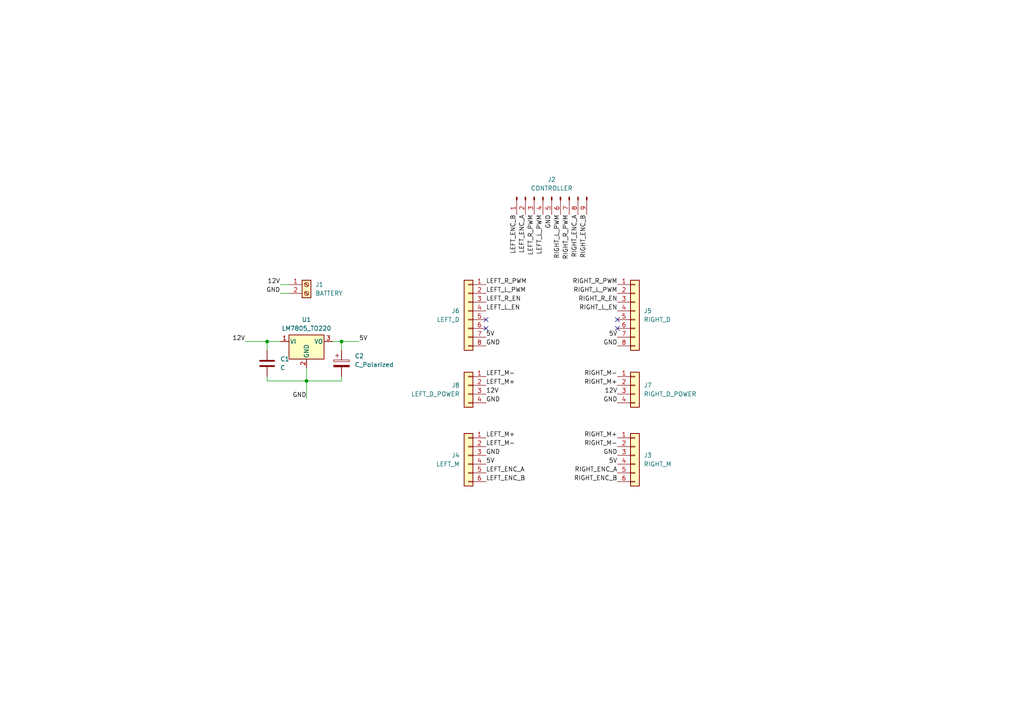
<source format=kicad_sch>
(kicad_sch (version 20231120) (generator "eeschema") (generator_version "8.0")
  (paper "A4")
  (lib_symbols
    (symbol "Connector:Conn_01x09_Pin" (pin_names (offset 1.016) hide)
      (property "Reference" "J" (at 0 12.7 0))
      (property "Value" "Conn_01x09_Pin" (at 0 -12.7 0))
      (symbol "Conn_01x09_Pin_1_1"
        (polyline (pts (xy 1.27 -10.16) (xy 0.8636 -10.16)) (stroke (width 0.1524)))
        (polyline (pts (xy 1.27 -7.62) (xy 0.8636 -7.62)) (stroke (width 0.1524)))
        (polyline (pts (xy 1.27 -5.08) (xy 0.8636 -5.08)) (stroke (width 0.1524)))
        (polyline (pts (xy 1.27 -2.54) (xy 0.8636 -2.54)) (stroke (width 0.1524)))
        (polyline (pts (xy 1.27 0) (xy 0.8636 0)) (stroke (width 0.1524)))
        (polyline (pts (xy 1.27 2.54) (xy 0.8636 2.54)) (stroke (width 0.1524)))
        (polyline (pts (xy 1.27 5.08) (xy 0.8636 5.08)) (stroke (width 0.1524)))
        (polyline (pts (xy 1.27 7.62) (xy 0.8636 7.62)) (stroke (width 0.1524)))
        (polyline (pts (xy 1.27 10.16) (xy 0.8636 10.16)) (stroke (width 0.1524)))
        (rectangle (start 0.8636 -10.033) (end 0 -10.287) (stroke (width 0.1524)) (fill (type outline)))
        (rectangle (start 0.8636 -7.493) (end 0 -7.747) (stroke (width 0.1524)) (fill (type outline)))
        (rectangle (start 0.8636 -4.953) (end 0 -5.207) (stroke (width 0.1524)) (fill (type outline)))
        (rectangle (start 0.8636 -2.413) (end 0 -2.667) (stroke (width 0.1524)) (fill (type outline)))
        (rectangle (start 0.8636 0.127) (end 0 -0.127) (stroke (width 0.1524)) (fill (type outline)))
        (rectangle (start 0.8636 2.667) (end 0 2.413) (stroke (width 0.1524)) (fill (type outline)))
        (rectangle (start 0.8636 5.207) (end 0 4.953) (stroke (width 0.1524)) (fill (type outline)))
        (rectangle (start 0.8636 7.747) (end 0 7.493) (stroke (width 0.1524)) (fill (type outline)))
        (rectangle (start 0.8636 10.287) (end 0 10.033) (stroke (width 0.1524)) (fill (type outline)))
        (pin passive line (at 5.08 10.16 180) (length 3.81) (name "Pin_1") (number "1"))
        (pin passive line (at 5.08 7.62 180) (length 3.81) (name "Pin_2") (number "2"))
        (pin passive line (at 5.08 5.08 180) (length 3.81) (name "Pin_3") (number "3"))
        (pin passive line (at 5.08 2.54 180) (length 3.81) (name "Pin_4") (number "4"))
        (pin passive line (at 5.08 0 180) (length 3.81) (name "Pin_5") (number "5"))
        (pin passive line (at 5.08 -2.54 180) (length 3.81) (name "Pin_6") (number "6"))
        (pin passive line (at 5.08 -5.08 180) (length 3.81) (name "Pin_7") (number "7"))
        (pin passive line (at 5.08 -7.62 180) (length 3.81) (name "Pin_8") (number "8"))
        (pin passive line (at 5.08 -10.16 180) (length 3.81) (name "Pin_9") (number "9"))
      )
    )
    (symbol "Connector:Screw_Terminal_01x02" (pin_names (offset 1.016) hide)
      (property "Reference" "J" (at 0 2.54 0))
      (property "Value" "Screw_Terminal_01x02" (at 0 -5.08 0))
      (symbol "Screw_Terminal_01x02_1_1"
        (rectangle (start -1.27 1.27) (end 1.27 -3.81) (stroke (width 0.254)) (fill (type background)))
        (circle (center 0 -2.54) (radius 0.635) (stroke (width 0.1524)))
        (polyline (pts (xy -0.5334 -2.2098) (xy 0.3302 -3.048)) (stroke (width 0.1524)))
        (polyline (pts (xy -0.5334 0.3302) (xy 0.3302 -0.508)) (stroke (width 0.1524)))
        (polyline (pts (xy -0.3556 -2.032) (xy 0.508 -2.8702)) (stroke (width 0.1524)))
        (polyline (pts (xy -0.3556 0.508) (xy 0.508 -0.3302)) (stroke (width 0.1524)))
        (circle (center 0 0) (radius 0.635) (stroke (width 0.1524)))
        (pin passive line (at -5.08 0 0) (length 3.81) (name "Pin_1") (number "1"))
        (pin passive line (at -5.08 -2.54 0) (length 3.81) (name "Pin_2") (number "2"))
      )
    )
    (symbol "Connector_Generic:Conn_01x04" (pin_names (offset 1.016) hide)
      (property "Reference" "J" (at 0 5.08 0))
      (property "Value" "Conn_01x04" (at 0 -7.62 0))
      (symbol "Conn_01x04_1_1"
        (rectangle (start -1.27 -4.953) (end 0 -5.207) (stroke (width 0.1524)))
        (rectangle (start -1.27 -2.413) (end 0 -2.667) (stroke (width 0.1524)))
        (rectangle (start -1.27 0.127) (end 0 -0.127) (stroke (width 0.1524)))
        (rectangle (start -1.27 2.667) (end 0 2.413) (stroke (width 0.1524)))
        (rectangle (start -1.27 3.81) (end 1.27 -6.35) (stroke (width 0.254)) (fill (type background)))
        (pin passive line (at -5.08 2.54 0) (length 3.81) (name "Pin_1") (number "1"))
        (pin passive line (at -5.08 0 0) (length 3.81) (name "Pin_2") (number "2"))
        (pin passive line (at -5.08 -2.54 0) (length 3.81) (name "Pin_3") (number "3"))
        (pin passive line (at -5.08 -5.08 0) (length 3.81) (name "Pin_4") (number "4"))
      )
    )
    (symbol "Connector_Generic:Conn_01x06" (pin_names (offset 1.016) hide)
      (property "Reference" "J" (at 0 7.62 0))
      (property "Value" "Conn_01x06" (at 0 -10.16 0))
      (symbol "Conn_01x06_1_1"
        (rectangle (start -1.27 -7.493) (end 0 -7.747) (stroke (width 0.1524)))
        (rectangle (start -1.27 -4.953) (end 0 -5.207) (stroke (width 0.1524)))
        (rectangle (start -1.27 -2.413) (end 0 -2.667) (stroke (width 0.1524)))
        (rectangle (start -1.27 0.127) (end 0 -0.127) (stroke (width 0.1524)))
        (rectangle (start -1.27 2.667) (end 0 2.413) (stroke (width 0.1524)))
        (rectangle (start -1.27 5.207) (end 0 4.953) (stroke (width 0.1524)))
        (rectangle (start -1.27 6.35) (end 1.27 -8.89) (stroke (width 0.254)) (fill (type background)))
        (pin passive line (at -5.08 5.08 0) (length 3.81) (name "Pin_1") (number "1"))
        (pin passive line (at -5.08 2.54 0) (length 3.81) (name "Pin_2") (number "2"))
        (pin passive line (at -5.08 0 0) (length 3.81) (name "Pin_3") (number "3"))
        (pin passive line (at -5.08 -2.54 0) (length 3.81) (name "Pin_4") (number "4"))
        (pin passive line (at -5.08 -5.08 0) (length 3.81) (name "Pin_5") (number "5"))
        (pin passive line (at -5.08 -7.62 0) (length 3.81) (name "Pin_6") (number "6"))
      )
    )
    (symbol "Connector_Generic:Conn_01x08" (pin_names (offset 1.016) hide)
      (property "Reference" "J" (at 0 10.16 0))
      (property "Value" "Conn_01x08" (at 0 -12.7 0))
      (symbol "Conn_01x08_1_1"
        (rectangle (start -1.27 -10.033) (end 0 -10.287) (stroke (width 0.1524)))
        (rectangle (start -1.27 -7.493) (end 0 -7.747) (stroke (width 0.1524)))
        (rectangle (start -1.27 -4.953) (end 0 -5.207) (stroke (width 0.1524)))
        (rectangle (start -1.27 -2.413) (end 0 -2.667) (stroke (width 0.1524)))
        (rectangle (start -1.27 0.127) (end 0 -0.127) (stroke (width 0.1524)))
        (rectangle (start -1.27 2.667) (end 0 2.413) (stroke (width 0.1524)))
        (rectangle (start -1.27 5.207) (end 0 4.953) (stroke (width 0.1524)))
        (rectangle (start -1.27 7.747) (end 0 7.493) (stroke (width 0.1524)))
        (rectangle (start -1.27 8.89) (end 1.27 -11.43) (stroke (width 0.254)) (fill (type background)))
        (pin passive line (at -5.08 7.62 0) (length 3.81) (name "Pin_1") (number "1"))
        (pin passive line (at -5.08 5.08 0) (length 3.81) (name "Pin_2") (number "2"))
        (pin passive line (at -5.08 2.54 0) (length 3.81) (name "Pin_3") (number "3"))
        (pin passive line (at -5.08 0 0) (length 3.81) (name "Pin_4") (number "4"))
        (pin passive line (at -5.08 -2.54 0) (length 3.81) (name "Pin_5") (number "5"))
        (pin passive line (at -5.08 -5.08 0) (length 3.81) (name "Pin_6") (number "6"))
        (pin passive line (at -5.08 -7.62 0) (length 3.81) (name "Pin_7") (number "7"))
        (pin passive line (at -5.08 -10.16 0) (length 3.81) (name "Pin_8") (number "8"))
      )
    )
    (symbol "Device:C" (pin_numbers hide) (pin_names (offset 0.254))
      (property "Reference" "C" (at 0.635 2.54 0))
      (property "Value" "C" (at 0.635 -2.54 0))
      (symbol "C_0_1"
        (polyline (pts (xy -2.032 -0.762) (xy 2.032 -0.762)) (stroke (width 0.508)))
        (polyline (pts (xy -2.032 0.762) (xy 2.032 0.762)) (stroke (width 0.508)))
      )
      (symbol "C_1_1"
        (pin passive line (at 0 3.81 270) (length 2.794) (name "~") (number "1"))
        (pin passive line (at 0 -3.81 90) (length 2.794) (name "~") (number "2"))
      )
    )
    (symbol "Device:C_Polarized" (pin_numbers hide) (pin_names (offset 0.254))
      (property "Reference" "C" (at 0.635 2.54 0))
      (property "Value" "C_Polarized" (at 0.635 -2.54 0))
      (symbol "C_Polarized_0_1"
        (rectangle (start -2.286 0.508) (end 2.286 1.016))
        (polyline (pts (xy -1.778 2.286) (xy -0.762 2.286)))
        (polyline (pts (xy -1.27 2.794) (xy -1.27 1.778)))
        (rectangle (start 2.286 -0.508) (end -2.286 -1.016) (fill (type outline)))
      )
      (symbol "C_Polarized_1_1"
        (pin passive line (at 0 3.81 270) (length 2.794) (name "~") (number "1"))
        (pin passive line (at 0 -3.81 90) (length 2.794) (name "~") (number "2"))
      )
    )
    (symbol "Regulator_Linear:LM7805_TO220" (pin_names (offset 0.254))
      (property "Reference" "U" (at -3.81 3.175 0))
      (property "Value" "LM7805_TO220" (at 0 3.175 0))
      (symbol "LM7805_TO220_0_1"
        (rectangle (start -5.08 1.905) (end 5.08 -5.08) (stroke (width 0.254)) (fill (type background)))
      )
      (symbol "LM7805_TO220_1_1"
        (pin power_in line (at -7.62 0 0) (length 2.54) (name "VI") (number "1"))
        (pin power_in line (at 0 -7.62 90) (length 2.54) (name "GND") (number "2"))
        (pin power_out line (at 7.62 0 180) (length 2.54) (name "VO") (number "3"))
      )
    )
  )
  (junction (at 77.47 99.06))
  (junction (at 99.06 99.06))
  (junction (at 88.9 110.49))
  (no_connect (at 140.97 95.25))
  (no_connect (at 179.07 95.25))
  (no_connect (at 140.97 92.71))
  (no_connect (at 179.07 92.71))
  (wire (pts (xy 77.47 99.06) (xy 81.28 99.06)))
  (wire (pts (xy 99.06 109.22) (xy 99.06 110.49)))
  (wire (pts (xy 99.06 99.06) (xy 104.14 99.06)))
  (wire (pts (xy 99.06 99.06) (xy 99.06 101.6)))
  (wire (pts (xy 99.06 110.49) (xy 88.9 110.49)))
  (wire (pts (xy 88.9 106.68) (xy 88.9 110.49)))
  (wire (pts (xy 77.47 99.06) (xy 77.47 101.6)))
  (wire (pts (xy 88.9 110.49) (xy 88.9 115.57)))
  (wire (pts (xy 77.47 109.22) (xy 77.47 110.49)))
  (wire (pts (xy 71.12 99.06) (xy 77.47 99.06)))
  (wire (pts (xy 81.28 85.09) (xy 83.82 85.09)))
  (wire (pts (xy 81.28 82.55) (xy 83.82 82.55)))
  (wire (pts (xy 96.52 99.06) (xy 99.06 99.06)))
  (wire (pts (xy 77.47 110.49) (xy 88.9 110.49)))
  (label "LEFT_M-" (at 140.97 129.54 0))
  (label "RIGHT_ENC_B" (at 170.18 62.23 270))
  (label "5V" (at 140.97 134.62 0))
  (label "RIGHT_R_EN" (at 179.07 87.63 180))
  (label "GND" (at 160.02 62.23 270))
  (label "RIGHT_L_EN" (at 179.07 90.17 180))
  (label "5V" (at 179.07 134.62 180))
  (label "12V" (at 81.28 82.55 180))
  (label "RIGHT_ENC_B" (at 179.07 139.7 180))
  (label "RIGHT_M-" (at 179.07 109.22 180))
  (label "LEFT_ENC_B" (at 140.97 139.7 0))
  (label "GND" (at 88.9 115.57 180))
  (label "RIGHT_R_PWM" (at 165.1 62.23 270))
  (label "RIGHT_ENC_A" (at 167.64 62.23 270))
  (label "LEFT_L_PWM" (at 140.97 85.09 0))
  (label "RIGHT_M+" (at 179.07 127 180))
  (label "LEFT_R_PWM" (at 154.94 62.23 270))
  (label "5V" (at 104.14 99.06 0))
  (label "RIGHT_R_PWM" (at 179.07 82.55 180))
  (label "LEFT_ENC_A" (at 140.97 137.16 0))
  (label "12V" (at 140.97 114.3 0))
  (label "RIGHT_L_PWM" (at 162.56 62.23 270))
  (label "GND" (at 179.07 132.08 180))
  (label "LEFT_M-" (at 140.97 109.22 0))
  (label "GND" (at 179.07 116.84 180))
  (label "5V" (at 179.07 97.79 180))
  (label "GND" (at 140.97 100.33 0))
  (label "GND" (at 140.97 132.08 0))
  (label "RIGHT_ENC_A" (at 179.07 137.16 180))
  (label "12V" (at 179.07 114.3 180))
  (label "LEFT_ENC_B" (at 149.86 62.23 270))
  (label "LEFT_R_EN" (at 140.97 87.63 0))
  (label "5V" (at 140.97 97.79 0))
  (label "RIGHT_L_PWM" (at 179.07 85.09 180))
  (label "GND" (at 81.28 85.09 180))
  (label "LEFT_ENC_A" (at 152.4 62.23 270))
  (label "LEFT_R_PWM" (at 140.97 82.55 0))
  (label "RIGHT_M+" (at 179.07 111.76 180))
  (label "GND" (at 179.07 100.33 180))
  (label "12V" (at 71.12 99.06 180))
  (label "LEFT_L_PWM" (at 157.48 62.23 270))
  (label "LEFT_M+" (at 140.97 111.76 0))
  (label "GND" (at 140.97 116.84 0))
  (label "LEFT_L_EN" (at 140.97 90.17 0))
  (label "RIGHT_M-" (at 179.07 129.54 180))
  (label "LEFT_M+" (at 140.97 127 0))
  (symbol (lib_id "Connector_Generic:Conn_01x06") (at 135.89 132.08 0) (mirror y) (unit 1)
    (property "Reference" "J4" (at 133.35 132.0799 0) (effects (justify left)))
    (property "Value" "LEFT_M" (at 133.35 134.6199 0) (effects (justify left)))
    (property "Footprint" "Connector_PinSocket_2.54mm:PinSocket_1x06_P2.54mm_Vertical" (effects (hide yes)))
    (property "Description" "Generic connector, single row, 01x06, script generated (kicad-library-utils/schlib/autogen/connector/)" (effects (hide yes)))
  )
  (symbol (lib_id "Device:C_Polarized") (at 99.06 105.41 0) (unit 1)
    (property "Reference" "C2" (at 102.87 103.2509 0) (effects (justify left)))
    (property "Value" "C_Polarized" (at 102.87 105.7909 0) (effects (justify left)))
    (property "Footprint" "Capacitor_THT:CP_Radial_D5.0mm_P2.50mm" (effects (hide yes)))
    (property "Description" "Polarized capacitor" (effects (hide yes)))
  )
  (symbol (lib_id "Connector_Generic:Conn_01x08") (at 184.15 90.17 0) (unit 1)
    (property "Reference" "J5" (at 186.69 90.1699 0) (effects (justify left)))
    (property "Value" "RIGHT_D" (at 186.69 92.7099 0) (effects (justify left)))
    (property "Footprint" "Connector_PinSocket_2.54mm:PinSocket_2x04_P2.54mm_Vertical" (effects (hide yes)))
    (property "Description" "Generic connector, single row, 01x08, script generated (kicad-library-utils/schlib/autogen/connector/)" (effects (hide yes)))
  )
  (symbol (lib_id "Connector_Generic:Conn_01x04") (at 135.89 111.76 0) (mirror y) (unit 1)
    (property "Reference" "J8" (at 133.35 111.7599 0) (effects (justify left)))
    (property "Value" "LEFT_D_POWER" (at 133.35 114.2999 0) (effects (justify left)))
    (property "Footprint" "TerminalBlock:TerminalBlock_bornier-4_P5.08mm" (effects (hide yes)))
    (property "Description" "Generic connector, single row, 01x04, script generated (kicad-library-utils/schlib/autogen/connector/)" (effects (hide yes)))
  )
  (symbol (lib_id "Connector_Generic:Conn_01x08") (at 135.89 90.17 0) (mirror y) (unit 1)
    (property "Reference" "J6" (at 133.35 90.1699 0) (effects (justify left)))
    (property "Value" "LEFT_D" (at 133.35 92.7099 0) (effects (justify left)))
    (property "Footprint" "Connector_PinSocket_2.54mm:PinSocket_2x04_P2.54mm_Vertical" (effects (hide yes)))
    (property "Description" "Generic connector, single row, 01x08, script generated (kicad-library-utils/schlib/autogen/connector/)" (effects (hide yes)))
  )
  (symbol (lib_id "Connector_Generic:Conn_01x06") (at 184.15 132.08 0) (unit 1)
    (property "Reference" "J3" (at 186.69 132.0799 0) (effects (justify left)))
    (property "Value" "RIGHT_M" (at 186.69 134.6199 0) (effects (justify left)))
    (property "Footprint" "Connector_PinSocket_2.54mm:PinSocket_1x06_P2.54mm_Vertical" (effects (hide yes)))
    (property "Description" "Generic connector, single row, 01x06, script generated (kicad-library-utils/schlib/autogen/connector/)" (effects (hide yes)))
  )
  (symbol (lib_id "Connector:Screw_Terminal_01x02") (at 88.9 82.55 0) (unit 1)
    (property "Reference" "J1" (at 91.44 82.5499 0) (effects (justify left)))
    (property "Value" "BATTERY" (at 91.44 85.0899 0) (effects (justify left)))
    (property "Footprint" "TerminalBlock:TerminalBlock_bornier-2_P5.08mm" (effects (hide yes)))
    (property "Description" "Generic screw terminal, single row, 01x02, script generated (kicad-library-utils/schlib/autogen/connector/)" (effects (hide yes)))
  )
  (symbol (lib_id "Device:C") (at 77.47 105.41 0) (unit 1)
    (property "Reference" "C1" (at 81.28 104.1399 0) (effects (justify left)))
    (property "Value" "C" (at 81.28 106.6799 0) (effects (justify left)))
    (property "Footprint" "Capacitor_THT:CP_Radial_D5.0mm_P2.50mm" (effects (hide yes)))
    (property "Description" "Unpolarized capacitor" (effects (hide yes)))
  )
  (symbol (lib_id "Connector_Generic:Conn_01x04") (at 184.15 111.76 0) (unit 1)
    (property "Reference" "J7" (at 186.69 111.7599 0) (effects (justify left)))
    (property "Value" "RIGHT_D_POWER" (at 186.69 114.2999 0) (effects (justify left)))
    (property "Footprint" "TerminalBlock:TerminalBlock_bornier-4_P5.08mm" (effects (hide yes)))
    (property "Description" "Generic connector, single row, 01x04, script generated (kicad-library-utils/schlib/autogen/connector/)" (effects (hide yes)))
  )
  (symbol (lib_id "Regulator_Linear:LM7805_TO220") (at 88.9 99.06 0) (unit 1)
    (property "Reference" "U1" (at 88.9 92.71 0))
    (property "Value" "LM7805_TO220" (at 88.9 95.25 0))
    (property "Footprint" "Package_TO_SOT_THT:TO-220-3_Vertical" (effects (hide yes)))
    (property "Datasheet" "https://www.onsemi.cn/PowerSolutions/document/MC7800-D.PDF" (effects (hide yes)))
    (property "Description" "Positive 1A 35V Linear Regulator, Fixed Output 5V, TO-220" (effects (hide yes)))
  )
  (symbol (lib_id "Connector:Conn_01x09_Pin") (at 160.02 57.15 90) (mirror x) (unit 1)
    (property "Reference" "J2" (at 160.02 52.07 90))
    (property "Value" "CONTROLLER" (at 160.02 54.61 90))
    (property "Footprint" "Connector_PinHeader_2.54mm:PinHeader_1x09_P2.54mm_Vertical" (effects (hide yes)))
    (property "Description" "Generic connector, single row, 01x09, script generated" (effects (hide yes)))
  )
)
</source>
